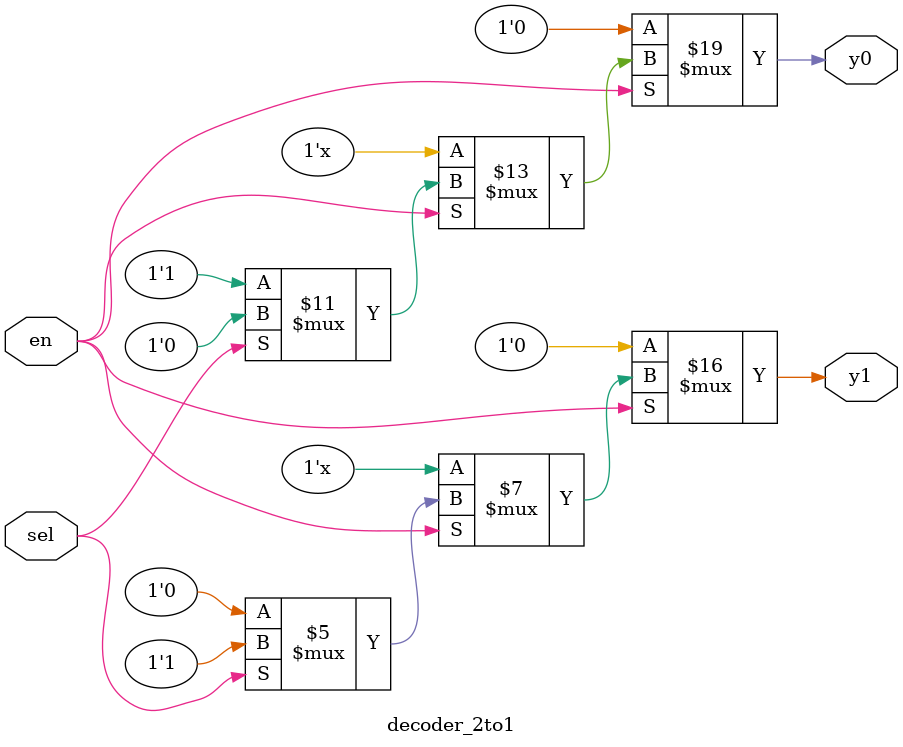
<source format=sv>
`ifndef decoder_2to1
`define decoder_2to1

module decoder_2to1 (
    //
    // ---------------- DECLARATIONS OF PORT IN/OUT & DATA TYPES ----------------
    //
    input logic sel,
    input logic en,
    output logic y0,
    output logic y1
);
    //
    // ---------------- MODULE DESIGN IMPLEMENTATION ----------------
    //
    always_comb begin
        if (en) begin
            if (sel == 0) begin
                y0 = 1;
                y1 = 0;
            end else begin
                y0 = 0;
                y1 = 1;
            end
        end else begin
            y0 = 0;
            y1 = 0;
        end
    end
endmodule
`endif // decoder_2to1


</source>
